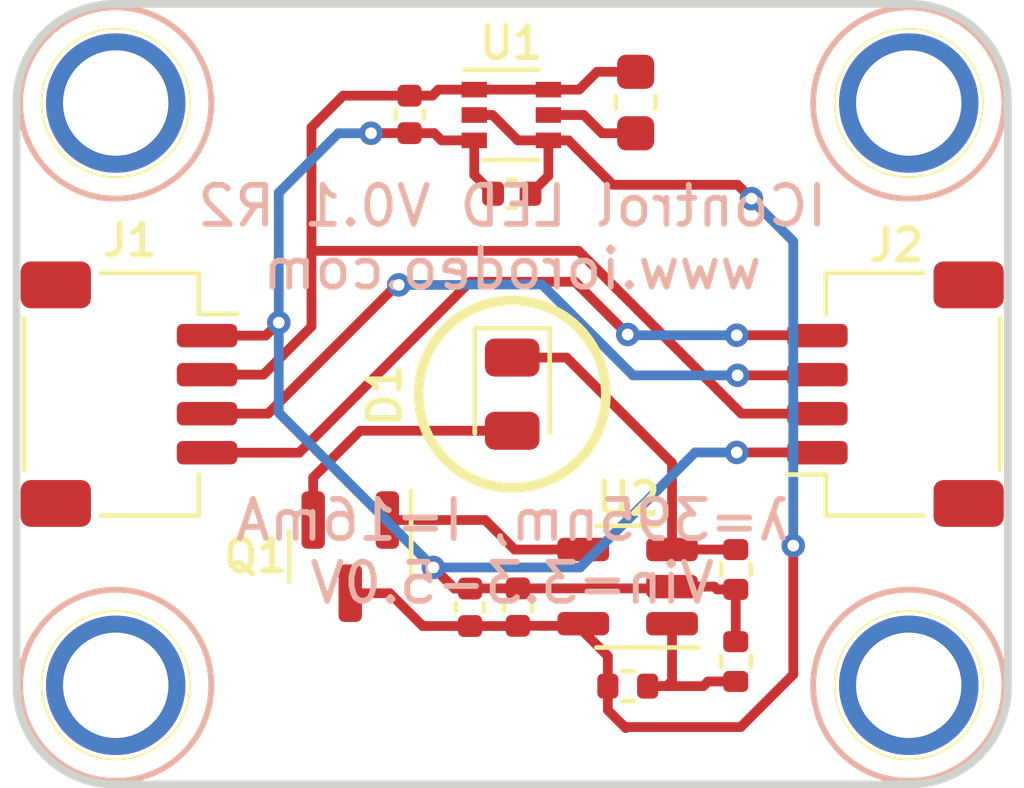
<source format=kicad_pcb>
(kicad_pcb (version 20221018) (generator pcbnew)
  (layers (0 "F.Cu" signal) (31 "B.Cu" signal) (34 "B.Paste" user) (35 "F.Paste" user) (36 "B.SilkS" user "B.Silkscreen") (37 "F.SilkS" user "F.Silkscreen") (38 "B.Mask" user) (39 "F.Mask" user) (44 "Edge.Cuts" user))
  (net 0 "")
  (net 1 "GND")
  (net 2 "/VIN")
  (net 3 "/VL")
  (net 4 "/SCL")
  (net 5 "/SDA")
  (net 6 "/5V")
  (net 7 "Net-(D1-K)")
  (net 8 "Net-(D1-A)")
  (net 9 "Net-(Q1-B)")
  (net 10 "/Vset")
  (footprint "custom_mount_hole:MountingHole_2.5mm_Pad" (layer "F.Cu") (at 52.54 52.54)
    (fp_text reference "M1" hide)
    (fp_text value "MountingHole_2.5mm_Pad" hide)
    (fp_circle (center 0 0) (end 2.45 0) (stroke (width 0.15)) (fill none) (layer "B.SilkS"))
    (fp_circle (center 0 0) (end 1.9 0) (stroke (width 0.05)) (fill none) (layer "F.SilkS"))
    (fp_circle (center 0 0) (end 2.45 0) (stroke (width 0.15)) (fill none) (layer "F.SilkS"))
    (pad "~" thru_hole circle (at 0 0) (size 3.57 3.57) (drill 2.7) (layers "*.Cu" "*.Mask"))
  )
  (footprint "custom_mount_hole:MountingHole_2.5mm_Pad" (layer "F.Cu") (at 72.86 52.54)
    (fp_text reference "M2" hide)
    (fp_text value "MountingHole_2.5mm_Pad" hide)
    (fp_circle (center 0 0) (end 2.45 0) (stroke (width 0.15)) (fill none) (layer "B.SilkS"))
    (fp_circle (center 0 0) (end 1.9 0) (stroke (width 0.05)) (fill none) (layer "F.SilkS"))
    (fp_circle (center 0 0) (end 2.45 0) (stroke (width 0.15)) (fill none) (layer "F.SilkS"))
    (pad "~" thru_hole circle (at 0 0) (size 3.57 3.57) (drill 2.7) (layers "*.Cu" "*.Mask"))
  )
  (footprint "custom_mount_hole:MountingHole_2.5mm_Pad" (layer "F.Cu") (at 72.86 67.46)
    (fp_text reference "M3" hide)
    (fp_text value "MountingHole_2.5mm_Pad" hide)
    (fp_circle (center 0 0) (end 2.45 0) (stroke (width 0.15)) (fill none) (layer "B.SilkS"))
    (fp_circle (center 0 0) (end 1.9 0) (stroke (width 0.05)) (fill none) (layer "F.SilkS"))
    (fp_circle (center 0 0) (end 2.45 0) (stroke (width 0.15)) (fill none) (layer "F.SilkS"))
    (pad "~" thru_hole circle (at 0 0) (size 3.57 3.57) (drill 2.7) (layers "*.Cu" "*.Mask"))
  )
  (footprint "custom_mount_hole:MountingHole_2.5mm_Pad" (layer "F.Cu") (at 52.54 67.46)
    (fp_text reference "M4" hide)
    (fp_text value "MountingHole_2.5mm_Pad" hide)
    (fp_circle (center 0 0) (end 2.45 0) (stroke (width 0.15)) (fill none) (layer "B.SilkS"))
    (fp_circle (center 0 0) (end 1.9 0) (stroke (width 0.05)) (fill none) (layer "F.SilkS"))
    (fp_circle (center 0 0) (end 2.45 0) (stroke (width 0.15)) (fill none) (layer "F.SilkS"))
    (pad "~" thru_hole circle (at 0 0) (size 3.57 3.57) (drill 2.7) (layers "*.Cu" "*.Mask"))
  )
  (footprint "LED_SMD:LED_0805_2012Metric" (layer "F.Cu") (at 62.7 60 -90)
    (fp_text reference "D1" (at 0.0202 3.264 -90) (layer "F.SilkS") (effects (font (size 0.8 0.8))))
    (fp_text value "LED" hide)
    (fp_line (start -1.685 -0.96) (end -1.685 0.96) (stroke (width 0.12)) (layer "F.SilkS"))
    (fp_line (start -1.685 0.96) (end 1 0.96) (stroke (width 0.12)) (layer "F.SilkS"))
    (fp_line (start 1 -0.96) (end -1.685 -0.96) (stroke (width 0.12)) (layer "F.SilkS"))
    (pad "1" smd roundrect (at -0.9375 0 270) (size 0.975 1.4) (layers "F.Cu" "F.Paste" "F.Mask") (net 7 "Net-(D1-K)"))
    (pad "2" smd roundrect (at 0.9375 0 270) (size 0.975 1.4) (layers "F.Cu" "F.Paste" "F.Mask") (net 8 "Net-(D1-A)"))
  )
  (footprint "JST_SH_SM04B_custom:JST_SH_SM04B-SRSS-TB_1x04-1MP_P1.00mm_Horizontal" (layer "F.Cu") (at 52.88 60 -90)
    (fp_text reference "J1" (at -3.9422 -0.0298) (layer "F.SilkS") (effects (font (size 0.8 0.8))))
    (fp_text value "Conn_01x04" hide)
    (fp_line (start -3.11 -1.785) (end -2.06 -1.785) (stroke (width 0.12)) (layer "F.SilkS"))
    (fp_line (start -3.11 0.715) (end -3.11 -1.785) (stroke (width 0.12)) (layer "F.SilkS"))
    (fp_line (start -2.06 -1.785) (end -2.06 -2.775) (stroke (width 0.12)) (layer "F.SilkS"))
    (fp_line (start -1.94 2.685) (end 1.94 2.685) (stroke (width 0.12)) (layer "F.SilkS"))
    (fp_line (start 3.11 -1.785) (end 2.06 -1.785) (stroke (width 0.12)) (layer "F.SilkS"))
    (fp_line (start 3.11 0.715) (end 3.11 -1.785) (stroke (width 0.12)) (layer "F.SilkS"))
    (pad "1" smd roundrect (at -1.5 -2 270) (size 0.6 1.55) (layers "F.Cu" "F.Paste" "F.Mask") (net 1 "GND"))
    (pad "2" smd roundrect (at -0.5 -2 270) (size 0.6 1.55) (layers "F.Cu" "F.Paste" "F.Mask") (net 2 "/VIN"))
    (pad "3" smd roundrect (at 0.5 -2 270) (size 0.6 1.55) (layers "F.Cu" "F.Paste" "F.Mask") (net 5 "/SDA"))
    (pad "4" smd roundrect (at 1.5 -2 270) (size 0.6 1.55) (layers "F.Cu" "F.Paste" "F.Mask") (net 4 "/SCL"))
    (pad "MP" smd roundrect (at -2.8 1.875 270) (size 1.2 1.8) (layers "F.Cu" "F.Paste" "F.Mask") (roundrect_rratio 0.2083333333))
    (pad "MP" smd roundrect (at 2.8 1.875 270) (size 1.2 1.8) (layers "F.Cu" "F.Paste" "F.Mask") (roundrect_rratio 0.2083333333))
  )
  (footprint "JST_SH_SM04B_custom:JST_SH_SM04B-SRSS-TB_1x04-1MP_P1.00mm_Horizontal" (layer "F.Cu") (at 72.52 60 90)
    (fp_text reference "J2" (at 3.8152 0.0208 180) (layer "F.SilkS") (effects (font (size 0.8 0.8))))
    (fp_text value "Conn_01x04" hide)
    (fp_line (start -3.11 -1.785) (end -2.06 -1.785) (stroke (width 0.12)) (layer "F.SilkS"))
    (fp_line (start -3.11 0.715) (end -3.11 -1.785) (stroke (width 0.12)) (layer "F.SilkS"))
    (fp_line (start -2.06 -1.785) (end -2.06 -2.775) (stroke (width 0.12)) (layer "F.SilkS"))
    (fp_line (start -1.94 2.685) (end 1.94 2.685) (stroke (width 0.12)) (layer "F.SilkS"))
    (fp_line (start 3.11 -1.785) (end 2.06 -1.785) (stroke (width 0.12)) (layer "F.SilkS"))
    (fp_line (start 3.11 0.715) (end 3.11 -1.785) (stroke (width 0.12)) (layer "F.SilkS"))
    (pad "1" smd roundrect (at -1.5 -2 90) (size 0.6 1.55) (layers "F.Cu" "F.Paste" "F.Mask") (net 1 "GND"))
    (pad "2" smd roundrect (at -0.5 -2 90) (size 0.6 1.55) (layers "F.Cu" "F.Paste" "F.Mask") (net 2 "/VIN"))
    (pad "3" smd roundrect (at 0.5 -2 90) (size 0.6 1.55) (layers "F.Cu" "F.Paste" "F.Mask") (net 5 "/SDA"))
    (pad "4" smd roundrect (at 1.5 -2 90) (size 0.6 1.55) (layers "F.Cu" "F.Paste" "F.Mask") (net 4 "/SCL"))
    (pad "MP" smd roundrect (at -2.8 1.875 90) (size 1.2 1.8) (layers "F.Cu" "F.Paste" "F.Mask") (roundrect_rratio 0.2083333333))
    (pad "MP" smd roundrect (at 2.8 1.875 90) (size 1.2 1.8) (layers "F.Cu" "F.Paste" "F.Mask") (roundrect_rratio 0.2083333333))
  )
  (footprint "Resistor_SMD:R_0402_1005Metric" (layer "F.Cu") (at 68.4276 64.4926 -90)
    (fp_text reference "R1" hide)
    (fp_text value "10" hide)
    (fp_line (start -0.153641 -0.38) (end 0.153641 -0.38) (stroke (width 0.12)) (layer "F.SilkS"))
    (fp_line (start -0.153641 0.38) (end 0.153641 0.38) (stroke (width 0.12)) (layer "F.SilkS"))
    (pad "1" smd roundrect (at -0.51 0 270) (size 0.54 0.64) (layers "F.Cu" "F.Paste" "F.Mask") (net 7 "Net-(D1-K)"))
    (pad "2" smd roundrect (at 0.51 0 270) (size 0.54 0.64) (layers "F.Cu" "F.Paste" "F.Mask") (net 1 "GND"))
  )
  (footprint "Package_TO_SOT_SMD:SOT-23-5" (layer "F.Cu") (at 65.6577 64.931 180)
    (fp_text reference "U2" (at -0.0125 2.25) (layer "F.SilkS") (effects (font (size 0.8 0.8) (thickness 0.15) bold)))
    (fp_text value "LMV321")
    (fp_line (start 0 -1.56) (end -1.8 -1.56) (stroke (width 0.12)) (layer "F.SilkS"))
    (fp_line (start 0 -1.56) (end 0.8 -1.56) (stroke (width 0.12)) (layer "F.SilkS"))
    (fp_line (start 0 1.56) (end -0.8 1.56) (stroke (width 0.12)) (layer "F.SilkS"))
    (fp_line (start 0 1.56) (end 0.8 1.56) (stroke (width 0.12)) (layer "F.SilkS"))
    (pad "1" smd roundrect (at -1.1375 -0.95 180) (size 1.325 0.6) (layers "F.Cu" "F.Paste" "F.Mask") (net 10 "/Vset"))
    (pad "2" smd roundrect (at -1.1375 0 180) (size 1.325 0.6) (layers "F.Cu" "F.Paste" "F.Mask") (net 1 "GND"))
    (pad "3" smd roundrect (at -1.1375 0.95 180) (size 1.325 0.6) (layers "F.Cu" "F.Paste" "F.Mask") (net 7 "Net-(D1-K)"))
    (pad "4" smd roundrect (at 1.1375 0.95 180) (size 1.325 0.6) (layers "F.Cu" "F.Paste" "F.Mask") (net 9 "Net-(Q1-B)"))
    (pad "5" smd roundrect (at 1.1375 -0.95 180) (size 1.325 0.6) (layers "F.Cu" "F.Paste" "F.Mask") (net 6 "/5V"))
  )
  (footprint "Capacitor_SMD:C_0402_1005Metric" (layer "F.Cu") (at 62.8452 65.456 90)
    (fp_text reference "C3" hide)
    (fp_text value "0.1uF" hide)
    (fp_line (start -0.107836 -0.36) (end 0.107836 -0.36) (stroke (width 0.12)) (layer "F.SilkS"))
    (fp_line (start -0.107836 0.36) (end 0.107836 0.36) (stroke (width 0.12)) (layer "F.SilkS"))
    (pad "1" smd roundrect (at -0.48 0 90) (size 0.56 0.62) (layers "F.Cu" "F.Paste" "F.Mask") (net 6 "/5V"))
    (pad "2" smd roundrect (at 0.48 0 90) (size 0.56 0.62) (layers "F.Cu" "F.Paste" "F.Mask") (net 1 "GND"))
  )
  (footprint "Resistor_SMD:R_0402_1005Metric" (layer "F.Cu") (at 68.4276 66.8508 90)
    (fp_text reference "R3" hide)
    (fp_text value "1k" hide)
    (fp_line (start -0.153641 -0.38) (end 0.153641 -0.38) (stroke (width 0.12)) (layer "F.SilkS"))
    (fp_line (start -0.153641 0.38) (end 0.153641 0.38) (stroke (width 0.12)) (layer "F.SilkS"))
    (pad "1" smd roundrect (at -0.51 0 90) (size 0.54 0.64) (layers "F.Cu" "F.Paste" "F.Mask") (net 10 "/Vset"))
    (pad "2" smd roundrect (at 0.51 0 90) (size 0.54 0.64) (layers "F.Cu" "F.Paste" "F.Mask") (net 1 "GND"))
  )
  (footprint "Inductor_SMD:L_0603_1608Metric" (layer "F.Cu") (at 65.8622 52.5272 -90)
    (fp_text reference "L1" hide)
    (fp_text value "4.7uF" hide)
    (fp_line (start -0.162779 -0.51) (end 0.162779 -0.51) (stroke (width 0.12)) (layer "F.SilkS"))
    (fp_line (start -0.162779 0.51) (end 0.162779 0.51) (stroke (width 0.12)) (layer "F.SilkS"))
    (pad "1" smd roundrect (at -0.7875 0 270) (size 0.875 0.95) (layers "F.Cu" "F.Paste" "F.Mask") (net 2 "/VIN"))
    (pad "2" smd roundrect (at 0.7875 0 270) (size 0.875 0.95) (layers "F.Cu" "F.Paste" "F.Mask") (net 3 "/VL"))
  )
  (footprint "Resistor_SMD:R_0402_1005Metric" (layer "F.Cu") (at 65.6602 67.481)
    (fp_text reference "R2" hide)
    (fp_text value "30k" hide)
    (fp_line (start -0.153641 -0.38) (end 0.153641 -0.38) (stroke (width 0.12)) (layer "F.SilkS"))
    (fp_line (start -0.153641 0.38) (end 0.153641 0.38) (stroke (width 0.12)) (layer "F.SilkS"))
    (pad "1" smd roundrect (at -0.51 0) (size 0.54 0.64) (layers "F.Cu" "F.Paste" "F.Mask") (net 6 "/5V"))
    (pad "2" smd roundrect (at 0.51 0) (size 0.54 0.64) (layers "F.Cu" "F.Paste" "F.Mask") (net 10 "/Vset"))
  )
  (footprint "Capacitor_SMD:C_0402_1005Metric" (layer "F.Cu") (at 60.071 52.832 90)
    (fp_text reference "C1" hide)
    (fp_text value "10uF" hide)
    (fp_line (start -0.107836 -0.36) (end 0.107836 -0.36) (stroke (width 0.12)) (layer "F.SilkS"))
    (fp_line (start -0.107836 0.36) (end 0.107836 0.36) (stroke (width 0.12)) (layer "F.SilkS"))
    (pad "1" smd roundrect (at -0.48 0 90) (size 0.56 0.62) (layers "F.Cu" "F.Paste" "F.Mask") (net 1 "GND"))
    (pad "2" smd roundrect (at 0.48 0 90) (size 0.56 0.62) (layers "F.Cu" "F.Paste" "F.Mask") (net 2 "/VIN"))
  )
  (footprint "Package_TO_SOT_SMD:SOT-363_SC-70-6" (layer "F.Cu") (at 62.677 52.847)
    (fp_text reference "U1" (at 0 -1.8438) (layer "F.SilkS") (effects (font (size 0.8 0.8))))
    (fp_text value "TPS61222DCK" hide)
    (fp_line (start -0.7 1.16) (end 0.7 1.16) (stroke (width 0.12)) (layer "F.SilkS"))
    (fp_line (start 0.7 -1.16) (end -1.2 -1.16) (stroke (width 0.12)) (layer "F.SilkS"))
    (pad "1" smd rect (at -0.95 -0.65) (size 0.65 0.4) (layers "F.Cu" "F.Paste" "F.Mask") (net 2 "/VIN"))
    (pad "2" smd rect (at -0.95 0) (size 0.65 0.4) (layers "F.Cu" "F.Paste" "F.Mask") (net 6 "/5V"))
    (pad "3" smd rect (at -0.95 0.65) (size 0.65 0.4) (layers "F.Cu" "F.Paste" "F.Mask") (net 1 "GND"))
    (pad "4" smd rect (at 0.95 0.65) (size 0.65 0.4) (layers "F.Cu" "F.Paste" "F.Mask") (net 6 "/5V"))
    (pad "5" smd rect (at 0.95 0) (size 0.65 0.4) (layers "F.Cu" "F.Paste" "F.Mask") (net 3 "/VL"))
    (pad "6" smd rect (at 0.95 -0.65) (size 0.65 0.4) (layers "F.Cu" "F.Paste" "F.Mask") (net 2 "/VIN"))
  )
  (footprint "Capacitor_SMD:C_0402_1005Metric" (layer "F.Cu") (at 61.6202 65.461 90)
    (fp_text reference "C4" hide)
    (fp_text value "10uF" hide)
    (fp_line (start -0.107836 -0.36) (end 0.107836 -0.36) (stroke (width 0.12)) (layer "F.SilkS"))
    (fp_line (start -0.107836 0.36) (end 0.107836 0.36) (stroke (width 0.12)) (layer "F.SilkS"))
    (pad "1" smd roundrect (at -0.48 0 90) (size 0.56 0.62) (layers "F.Cu" "F.Paste" "F.Mask") (net 6 "/5V"))
    (pad "2" smd roundrect (at 0.48 0 90) (size 0.56 0.62) (layers "F.Cu" "F.Paste" "F.Mask") (net 1 "GND"))
  )
  (footprint "Package_TO_SOT_SMD:SOT-23" (layer "F.Cu") (at 58.55 64.1625 -90)
    (fp_text reference "Q1" (at -0.0125 2.425 -180) (layer "F.SilkS") (effects (font (size 0.8 0.8) (thickness 0.15) bold)))
    (fp_text value "MMBT5551L" hide)
    (fp_line (start 0 -1.56) (end -1.675 -1.56) (stroke (width 0.12)) (layer "F.SilkS"))
    (fp_line (start 0 -1.56) (end 0.65 -1.56) (stroke (width 0.12)) (layer "F.SilkS"))
    (fp_line (start 0 1.56) (end -0.65 1.56) (stroke (width 0.12)) (layer "F.SilkS"))
    (fp_line (start 0 1.56) (end 0.65 1.56) (stroke (width 0.12)) (layer "F.SilkS"))
    (pad "1" smd roundrect (at -0.9375 -0.95 270) (size 1.475 0.6) (layers "F.Cu" "F.Paste" "F.Mask") (net 9 "Net-(Q1-B)"))
    (pad "2" smd roundrect (at -0.9375 0.95 270) (size 1.475 0.6) (layers "F.Cu" "F.Paste" "F.Mask") (net 8 "Net-(D1-A)"))
    (pad "3" smd roundrect (at 0.9375 0 270) (size 1.475 0.6) (layers "F.Cu" "F.Paste" "F.Mask") (net 6 "/5V"))
  )
  (footprint "Capacitor_SMD:C_0402_1005Metric" (layer "F.Cu") (at 62.6898 54.864)
    (fp_text reference "C2" hide)
    (fp_text value "10uF" hide)
    (fp_line (start -0.107836 -0.36) (end 0.107836 -0.36) (stroke (width 0.12)) (layer "F.SilkS"))
    (fp_line (start -0.107836 0.36) (end 0.107836 0.36) (stroke (width 0.12)) (layer "F.SilkS"))
    (pad "1" smd roundrect (at -0.48 0) (size 0.56 0.62) (layers "F.Cu" "F.Paste" "F.Mask") (net 1 "GND"))
    (pad "2" smd roundrect (at 0.48 0) (size 0.56 0.62) (layers "F.Cu" "F.Paste" "F.Mask") (net 6 "/5V"))
  )
  (gr_circle (center 62.7 60) (end 65.1 60) (stroke (width 0.25)) (fill none) (layer "F.SilkS"))
  (gr_arc (start 72.9 50) (mid 74.667767 50.732233) (end 75.4 52.5) (stroke (width 0.2)) (layer "Edge.Cuts"))
  (gr_arc (start 52.5 70) (mid 50.732233 69.267767) (end 50 67.5) (stroke (width 0.2)) (layer "Edge.Cuts"))
  (gr_line (start 52.5 50) (end 72.9 50) (stroke (width 0.2)) (layer "Edge.Cuts"))
  (gr_arc (start 50 52.5) (mid 50.732233 50.732233) (end 52.5 50) (stroke (width 0.2)) (layer "Edge.Cuts"))
  (gr_arc (start 75.4 67.5) (mid 74.667767 69.267767) (end 72.9 70) (stroke (width 0.2)) (layer "Edge.Cuts"))
  (gr_line (start 50 52.5) (end 50 67.5) (stroke (width 0.2)) (layer "Edge.Cuts"))
  (gr_line (start 52.5 70) (end 72.9 70) (stroke (width 0.2)) (layer "Edge.Cuts"))
  (gr_line (start 75.4 52.5) (end 75.4 67.5) (stroke (width 0.2)) (layer "Edge.Cuts"))
  (gr_text "IControl LED V0.1 R2\nwww.iorodeo.com\n\n\n\nλ=395nm, I=16mA\nVin=3.3-5.0V" (at 62.7 60.01) (layer "B.SilkS") (effects (font (size 1 1)) (justify mirror)))
  (segment (start 61.2218 64.981) (end 60.6806 64.4398) (width 0.25) (layer "F.Cu") (net 1))
  (segment (start 68.4276 65.0026) (end 68.4276 66.3408) (width 0.25) (layer "F.Cu") (net 1))
  (segment (start 60.071 53.312) (end 60.7034 53.312) (width 0.25) (layer "F.Cu") (net 1))
  (segment (start 60.7034 53.312) (end 60.8884 53.497) (width 0.25) (layer "F.Cu") (net 1))
  (segment (start 62.8452 64.976) (end 61.6252 64.976) (width 0.25) (layer "F.Cu") (net 1))
  (segment (start 68.4276 65.0026) (end 67.949 65.0026) (width 0.25) (layer "F.Cu") (net 1))
  (segment (start 70.3134 61.4934) (end 70.32 61.5) (width 0.25) (layer "F.Cu") (net 1))
  (segment (start 62.8452 64.976) (end 63.9452 64.976) (width 0.25) (layer "F.Cu") (net 1))
  (segment (start 67.949 65.0026) (end 67.8774 64.931) (width 0.25) (layer "F.Cu") (net 1))
  (segment (start 68.453 61.4934) (end 70.4134 61.4934) (width 0.25) (layer "F.Cu") (net 1))
  (segment (start 59.083 53.312) (end 59.0804 53.3146) (width 0.25) (layer "F.Cu") (net 1))
  (segment (start 56.3842 58.5) (end 54.98 58.5) (width 0.25) (layer "F.Cu") (net 1))
  (segment (start 70.4134 61.4934) (end 70.42 61.5) (width 0.25) (layer "F.Cu") (net 1))
  (segment (start 56.3842 58.5) (end 56.7182 58.166) (width 0.25) (layer "F.Cu") (net 1))
  (segment (start 70.7684 61.4934) (end 70.775 61.5) (width 0.25) (layer "F.Cu") (net 1))
  (segment (start 70.3634 61.4934) (end 70.37 61.5) (width 0.25) (layer "F.Cu") (net 1))
  (segment (start 61.727 54.3812) (end 62.2098 54.864) (width 0.25) (layer "F.Cu") (net 1))
  (segment (start 61.6202 64.981) (end 61.2218 64.981) (width 0.25) (layer "F.Cu") (net 1))
  (segment (start 66.7502 64.976) (end 66.7952 64.931) (width 0.25) (layer "F.Cu") (net 1))
  (segment (start 60.8884 53.497) (end 61.727 53.497) (width 0.25) (layer "F.Cu") (net 1))
  (segment (start 67.8774 64.931) (end 66.7952 64.931) (width 0.25) (layer "F.Cu") (net 1))
  (segment (start 60.071 53.312) (end 59.083 53.312) (width 0.25) (layer "F.Cu") (net 1))
  (segment (start 61.727 53.497) (end 61.727 54.3812) (width 0.25) (layer "F.Cu") (net 1))
  (segment (start 63.9452 64.976) (end 66.7502 64.976) (width 0.25) (layer "F.Cu") (net 1))
  (segment (start 61.6252 64.976) (end 61.6202 64.981) (width 0.25) (layer "F.Cu") (net 1))
  (via (at 60.6806 64.4398) (size 0.6) (drill 0.3) (layers "F.Cu" "B.Cu") (net 1))
  (via (at 56.7182 58.166) (size 0.6) (drill 0.3) (layers "F.Cu" "B.Cu") (net 1))
  (via (at 59.0804 53.3146) (size 0.6) (drill 0.3) (layers "F.Cu" "B.Cu") (net 1))
  (via (at 68.453 61.4934) (size 0.6) (drill 0.3) (layers "F.Cu" "B.Cu") (net 1))
  (segment (start 67.3862 61.4934) (end 68.453 61.4934) (width 0.25) (layer "B.Cu") (net 1))
  (segment (start 56.7182 54.8386) (end 58.2422 53.3146) (width 0.25) (layer "B.Cu") (net 1))
  (segment (start 60.6806 64.4398) (end 64.4398 64.4398) (width 0.25) (layer "B.Cu") (net 1))
  (segment (start 64.4398 64.4398) (end 67.3862 61.4934) (width 0.25) (layer "B.Cu") (net 1))
  (segment (start 56.7182 60.4774) (end 60.6806 64.4398) (width 0.25) (layer "B.Cu") (net 1))
  (segment (start 58.2422 53.3146) (end 59.0804 53.3146) (width 0.25) (layer "B.Cu") (net 1))
  (segment (start 56.7182 58.166) (end 56.7182 54.8386) (width 0.25) (layer "B.Cu") (net 1))
  (segment (start 56.7182 58.166) (end 56.7182 60.4774) (width 0.25) (layer "B.Cu") (net 1))
  (segment (start 60.6526 52.352) (end 60.8076 52.197) (width 0.25) (layer "F.Cu") (net 2))
  (segment (start 60.071 52.352) (end 60.6526 52.352) (width 0.25) (layer "F.Cu") (net 2))
  (segment (start 57.5564 53.1622) (end 58.3666 52.352) (width 0.25) (layer "F.Cu") (net 2))
  (segment (start 56.324 59.5) (end 57.5564 58.2676) (width 0.25) (layer "F.Cu") (net 2))
  (segment (start 64.8717 51.7397) (end 65.8622 51.7397) (width 0.25) (layer "F.Cu") (net 2))
  (segment (start 64.4144 52.197) (end 64.8717 51.7397) (width 0.25) (layer "F.Cu") (net 2))
  (segment (start 57.5564 56.3372) (end 57.5564 53.1622) (width 0.25) (layer "F.Cu") (net 2))
  (segment (start 57.5661 56.3275) (end 64.399584 56.3275) (width 0.25) (layer "F.Cu") (net 2))
  (segment (start 57.5564 58.2676) (end 57.5564 56.3372) (width 0.25) (layer "F.Cu") (net 2))
  (segment (start 63.627 52.197) (end 64.4144 52.197) (width 0.25) (layer "F.Cu") (net 2))
  (segment (start 57.5564 56.3372) (end 57.5661 56.3275) (width 0.25) (layer "F.Cu") (net 2))
  (segment (start 56.324 59.5) (end 54.98 59.5) (width 0.25) (layer "F.Cu") (net 2))
  (segment (start 58.3666 52.352) (end 60.071 52.352) (width 0.25) (layer "F.Cu") (net 2))
  (segment (start 64.399584 56.3275) (end 68.572084 60.5) (width 0.25) (layer "F.Cu") (net 2))
  (segment (start 68.572084 60.5) (end 70.42 60.5) (width 0.25) (layer "F.Cu") (net 2))
  (segment (start 61.727 52.197) (end 63.627 52.197) (width 0.25) (layer "F.Cu") (net 2))
  (segment (start 60.8076 52.197) (end 61.727 52.197) (width 0.25) (layer "F.Cu") (net 2))
  (segment (start 64.531 52.847) (end 63.627 52.847) (width 0.25) (layer "F.Cu") (net 3))
  (segment (start 65.8622 53.3147) (end 64.9987 53.3147) (width 0.25) (layer "F.Cu") (net 3))
  (segment (start 64.9987 53.3147) (end 64.531 52.847) (width 0.25) (layer "F.Cu") (net 3))
  (segment (start 57.24 61.5) (end 54.98 61.5) (width 0.25) (layer "F.Cu") (net 4))
  (segment (start 61.62 57.12) (end 57.24 61.5) (width 0.25) (layer "F.Cu") (net 4))
  (segment (start 68.453 58.49) (end 70.41 58.49) (width 0.25) (layer "F.Cu") (net 4))
  (segment (start 70.36 58.49) (end 70.37 58.5) (width 0.25) (layer "F.Cu") (net 4))
  (segment (start 70.41 58.49) (end 70.42 58.5) (width 0.25) (layer "F.Cu") (net 4))
  (segment (start 65.659 58.4708) (end 64.3082 57.12) (width 0.25) (layer "F.Cu") (net 4))
  (segment (start 70.31 58.49) (end 70.32 58.5) (width 0.25) (layer "F.Cu") (net 4))
  (segment (start 64.3082 57.12) (end 61.62 57.12) (width 0.25) (layer "F.Cu") (net 4))
  (via (at 68.453 58.49) (size 0.6) (drill 0.3) (layers "F.Cu" "B.Cu") (net 4))
  (via (at 65.659 58.4708) (size 0.6) (drill 0.3) (layers "F.Cu" "B.Cu") (net 4))
  (segment (start 68.453 58.49) (end 65.6782 58.49) (width 0.25) (layer "B.Cu") (net 4))
  (segment (start 65.6782 58.49) (end 65.659 58.4708) (width 0.25) (layer "B.Cu") (net 4))
  (segment (start 59.7916 57.2008) (end 59.7408 57.2008) (width 0.25) (layer "F.Cu") (net 5))
  (segment (start 68.472931 59.517669) (end 70.402331 59.517669) (width 0.25) (layer "F.Cu") (net 5))
  (segment (start 68.472931 59.517669) (end 68.4906 59.5) (width 0.25) (layer "F.Cu") (net 5))
  (segment (start 70.402331 59.517669) (end 70.42 59.5) (width 0.25) (layer "F.Cu") (net 5))
  (segment (start 59.7408 57.2008) (end 56.4416 60.5) (width 0.25) (layer "F.Cu") (net 5))
  (segment (start 56.4416 60.5) (end 54.98 60.5) (width 0.25) (layer "F.Cu") (net 5))
  (segment (start 68.472931 59.517669) (end 68.455262 59.5) (width 0.25) (layer "F.Cu") (net 5))
  (segment (start 70.352331 59.517669) (end 70.37 59.5) (width 0.25) (layer "F.Cu") (net 5))
  (via (at 59.7916 57.2008) (size 0.6) (drill 0.3) (layers "F.Cu" "B.Cu") (net 5))
  (via (at 68.472931 59.517669) (size 0.6) (drill 0.3) (layers "F.Cu" "B.Cu") (net 5))
  (segment (start 61.4492 57.2008) (end 59.7916 57.2008) (width 0.25) (layer "B.Cu") (net 5))
  (segment (start 68.472931 59.517669) (end 65.791469 59.517669) (width 0.25) (layer "B.Cu") (net 5))
  (segment (start 65.791469 59.517669) (end 63.4638 57.19) (width 0.25) (layer "B.Cu") (net 5))
  (segment (start 61.46 57.19) (end 61.4492 57.2008) (width 0.25) (layer "B.Cu") (net 5))
  (segment (start 63.4638 57.19) (end 61.46 57.19) (width 0.25) (layer "B.Cu") (net 5))
  (segment (start 63.627 54.4068) (end 63.1698 54.864) (width 0.25) (layer "F.Cu") (net 6))
  (segment (start 64.5202 65.881) (end 64.5202 66.081) (width 0.25) (layer "F.Cu") (net 6))
  (segment (start 62.8402 65.941) (end 62.8452 65.936) (width 0.25) (layer "F.Cu") (net 6))
  (segment (start 63.5452 65.936) (end 64.4652 65.936) (width 0.25) (layer "F.Cu") (net 6))
  (segment (start 61.6202 65.941) (end 60.4038 65.941) (width 0.25) (layer "F.Cu") (net 6))
  (segment (start 65.6082 68.5546) (end 65.1502 68.0966) (width 0.25) (layer "F.Cu") (net 6))
  (segment (start 58.55 65.1) (end 58.55 65.5858) (width 0.25) (layer "F.Cu") (net 6))
  (segment (start 62.8452 65.936) (end 63.5452 65.936) (width 0.25) (layer "F.Cu") (net 6))
  (segment (start 61.727 52.847) (end 62.1942 52.847) (width 0.25) (layer "F.Cu") (net 6))
  (segment (start 68.5546 68.5292) (end 65.6336 68.5292) (width 0.25) (layer "F.Cu") (net 6))
  (segment (start 65.1502 66.711) (end 65.1502 67.481) (width 0.25) (layer "F.Cu") (net 6))
  (segment (start 68.4754 54.6354) (end 68.83 54.99) (width 0.25) (layer "F.Cu") (net 6))
  (segment (start 63.627 53.497) (end 64.1396 53.497) (width 0.25) (layer "F.Cu") (net 6))
  (segment (start 65.278 54.6354) (end 68.4754 54.6354) (width 0.25) (layer "F.Cu") (net 6))
  (segment (start 62.1942 52.847) (end 62.8442 53.497) (width 0.25) (layer "F.Cu") (net 6))
  (segment (start 64.5202 66.081) (end 65.1502 66.711) (width 0.25) (layer "F.Cu") (net 6))
  (segment (start 61.6202 65.941) (end 62.8402 65.941) (width 0.25) (layer "F.Cu") (net 6))
  (segment (start 59.5628 65.1) (end 58.55 65.1) (width 0.25) (layer "F.Cu") (net 6))
  (segment (start 65.6336 68.5292) (end 65.6082 68.5546) (width 0.25) (layer "F.Cu") (net 6))
  (segment (start 63.627 53.497) (end 63.627 54.4068) (width 0.25) (layer "F.Cu") (net 6))
  (segment (start 64.1396 53.497) (end 65.278 54.6354) (width 0.25) (layer "F.Cu") (net 6))
  (segment (start 69.9008 67.183) (end 68.5546 68.5292) (width 0.25) (layer "F.Cu") (net 6))
  (segment (start 60.4038 65.941) (end 59.5628 65.1) (width 0.25) (layer "F.Cu") (net 6))
  (segment (start 69.9008 63.881) (end 69.9008 67.183) (width 0.25) (layer "F.Cu") (net 6))
  (segment (start 62.8442 53.497) (end 63.627 53.497) (width 0.25) (layer "F.Cu") (net 6))
  (segment (start 65.1502 68.0966) (end 65.1502 67.481) (width 0.25) (layer "F.Cu") (net 6))
  (segment (start 64.4652 65.936) (end 64.5202 65.881) (width 0.25) (layer "F.Cu") (net 6))
  (via (at 69.9008 63.881) (size 0.6) (drill 0.3) (layers "F.Cu" "B.Cu") (net 6))
  (via (at 68.83 54.99) (size 0.6) (drill 0.3) (layers "F.Cu" "B.Cu") (net 6))
  (segment (start 69.9008 56.0832) (end 68.83 55.0124) (width 0.25) (layer "B.Cu") (net 6))
  (segment (start 68.83 55.0124) (end 68.83 54.99) (width 0.25) (layer "B.Cu") (net 6))
  (segment (start 69.9008 63.881) (end 69.9008 56.0832) (width 0.25) (layer "B.Cu") (net 6))
  (segment (start 68.426 63.981) (end 68.4276 63.9826) (width 0.25) (layer "F.Cu") (net 7))
  (segment (start 62.7 59.0625) (end 64.0917 59.0625) (width 0.25) (layer "F.Cu") (net 7))
  (segment (start 66.7952 61.766) (end 66.7952 63.981) (width 0.25) (layer "F.Cu") (net 7))
  (segment (start 66.7952 63.981) (end 68.426 63.981) (width 0.25) (layer "F.Cu") (net 7))
  (segment (start 64.0917 59.0625) (end 66.7952 61.766) (width 0.25) (layer "F.Cu") (net 7))
  (segment (start 58.7981 60.9375) (end 62.7 60.9375) (width 0.25) (layer "F.Cu") (net 8))
  (segment (start 57.6 63.225) (end 57.6 62.1356) (width 0.25) (layer "F.Cu") (net 8))
  (segment (start 57.6 62.1356) (end 58.7981 60.9375) (width 0.25) (layer "F.Cu") (net 8))
  (segment (start 62.0058 63.225) (end 59.5 63.225) (width 0.25) (layer "F.Cu") (net 9))
  (segment (start 59.545 63.18) (end 59.5 63.225) (width 0.25) (layer "F.Cu") (net 9))
  (segment (start 64.5202 63.981) (end 62.7618 63.981) (width 0.25) (layer "F.Cu") (net 9))
  (segment (start 62.7618 63.981) (end 62.0058 63.225) (width 0.25) (layer "F.Cu") (net 9))
  (segment (start 66.7952 67.346) (end 66.6602 67.481) (width 0.25) (layer "F.Cu") (net 10))
  (segment (start 67.7164 67.3608) (end 68.4276 67.3608) (width 0.25) (layer "F.Cu") (net 10))
  (segment (start 66.7952 65.881) (end 66.7952 67.196) (width 0.25) (layer "F.Cu") (net 10))
  (segment (start 66.5226 67.481) (end 67.5962 67.481) (width 0.25) (layer "F.Cu") (net 10))
  (segment (start 66.5226 67.481) (end 66.1702 67.481) (width 0.25) (layer "F.Cu") (net 10))
  (segment (start 66.7952 67.196) (end 66.7952 67.346) (width 0.25) (layer "F.Cu") (net 10))
  (segment (start 66.6602 67.481) (end 66.5226 67.481) (width 0.25) (layer "F.Cu") (net 10))
  (segment (start 67.5962 67.481) (end 67.7164 67.3608) (width 0.25) (layer "F.Cu") (net 10))
)
</source>
